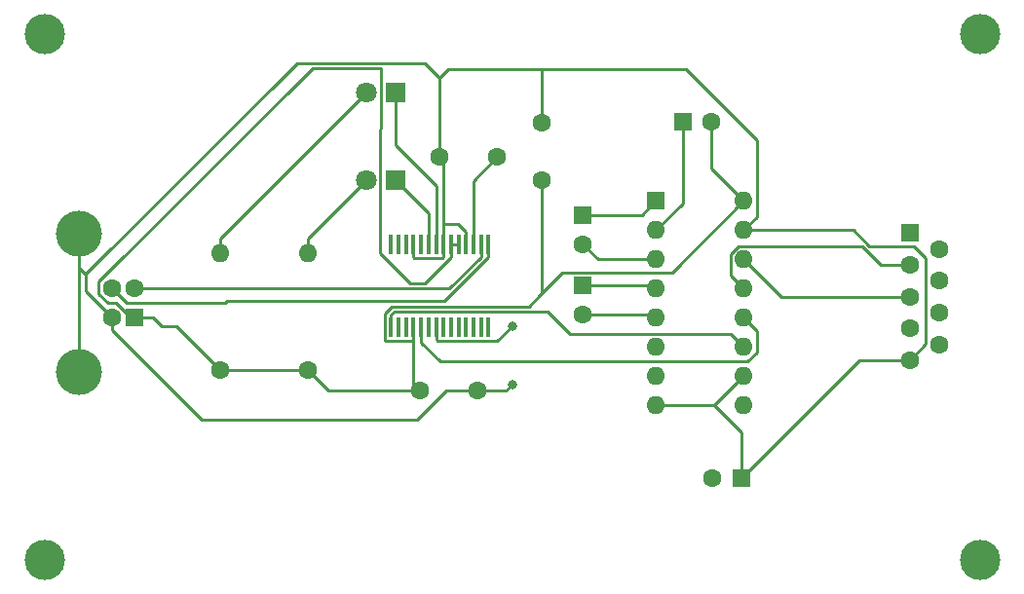
<source format=gbr>
%TF.GenerationSoftware,KiCad,Pcbnew,7.0.1*%
%TF.CreationDate,2023-04-09T16:17:14+09:00*%
%TF.ProjectId,RS232_Converter,52533233-325f-4436-9f6e-766572746572,rev?*%
%TF.SameCoordinates,Original*%
%TF.FileFunction,Copper,L1,Top*%
%TF.FilePolarity,Positive*%
%FSLAX46Y46*%
G04 Gerber Fmt 4.6, Leading zero omitted, Abs format (unit mm)*
G04 Created by KiCad (PCBNEW 7.0.1) date 2023-04-09 16:17:14*
%MOMM*%
%LPD*%
G01*
G04 APERTURE LIST*
%TA.AperFunction,ComponentPad*%
%ADD10R,1.600000X1.600000*%
%TD*%
%TA.AperFunction,ComponentPad*%
%ADD11C,1.600000*%
%TD*%
%TA.AperFunction,ComponentPad*%
%ADD12C,3.500000*%
%TD*%
%TA.AperFunction,ComponentPad*%
%ADD13R,1.800000X1.800000*%
%TD*%
%TA.AperFunction,ComponentPad*%
%ADD14C,1.800000*%
%TD*%
%TA.AperFunction,ComponentPad*%
%ADD15C,4.000000*%
%TD*%
%TA.AperFunction,ComponentPad*%
%ADD16O,1.600000X1.600000*%
%TD*%
%TA.AperFunction,SMDPad,CuDef*%
%ADD17R,0.450000X1.750000*%
%TD*%
%TA.AperFunction,ViaPad*%
%ADD18C,0.800000*%
%TD*%
%TA.AperFunction,Conductor*%
%ADD19C,0.250000*%
%TD*%
G04 APERTURE END LIST*
D10*
%TO.P,C4,1*%
%TO.N,Net-(U2-C2+)*%
X150919669Y-100640331D03*
D11*
%TO.P,C4,2*%
%TO.N,Net-(U2-C2-)*%
X150919669Y-103140331D03*
%TD*%
D12*
%TO.P,REF\u002A\u002A,1*%
%TO.N,N/C*%
X185420000Y-78740000D03*
%TD*%
D10*
%TO.P,J2,1,1*%
%TO.N,Net-(J1-VBUS)*%
X179329669Y-96050000D03*
D11*
%TO.P,J2,2,2*%
%TO.N,Net-(U2-R1IN)*%
X179329669Y-98820000D03*
%TO.P,J2,3,3*%
%TO.N,Net-(U2-T1OUT)*%
X179329669Y-101590000D03*
%TO.P,J2,4,4*%
%TO.N,unconnected-(J2-Pad4)*%
X179329669Y-104360000D03*
%TO.P,J2,5,5*%
%TO.N,Net-(J1-GND)*%
X179329669Y-107130000D03*
%TO.P,J2,6,6*%
%TO.N,unconnected-(J2-Pad6)*%
X181869669Y-97435000D03*
%TO.P,J2,7,7*%
%TO.N,unconnected-(J2-Pad7)*%
X181869669Y-100205000D03*
%TO.P,J2,8,8*%
%TO.N,unconnected-(J2-Pad8)*%
X181869669Y-102975000D03*
%TO.P,J2,9,9*%
%TO.N,unconnected-(J2-Pad9)*%
X181869669Y-105745000D03*
%TD*%
D10*
%TO.P,C3,1*%
%TO.N,Net-(U2-C1+)*%
X150919669Y-94520331D03*
D11*
%TO.P,C3,2*%
%TO.N,Net-(U2-C1-)*%
X150919669Y-97020331D03*
%TD*%
D13*
%TO.P,D1,1,K*%
%TO.N,Net-(D1-K)*%
X134620000Y-83820000D03*
D14*
%TO.P,D1,2,A*%
%TO.N,Net-(D1-A)*%
X132080000Y-83820000D03*
%TD*%
D11*
%TO.P,C1,1*%
%TO.N,Net-(U1-3V3OUT)*%
X143470000Y-89440331D03*
%TO.P,C1,2*%
%TO.N,Net-(J1-GND)*%
X138470000Y-89440331D03*
%TD*%
D13*
%TO.P,D3,1,K*%
%TO.N,Net-(D3-K)*%
X134620000Y-91440000D03*
D14*
%TO.P,D3,2,A*%
%TO.N,Net-(D3-A)*%
X132080000Y-91440000D03*
%TD*%
D10*
%TO.P,J1,1,VBUS*%
%TO.N,Net-(J1-VBUS)*%
X111987169Y-103390331D03*
D11*
%TO.P,J1,2,D-*%
%TO.N,Net-(J1-D-)*%
X111987169Y-100890331D03*
%TO.P,J1,3,D+*%
%TO.N,Net-(J1-D+)*%
X109987169Y-100890331D03*
%TO.P,J1,4,GND*%
%TO.N,Net-(J1-GND)*%
X109987169Y-103390331D03*
D15*
%TO.P,J1,5,Shield*%
X107127169Y-108140331D03*
X107127169Y-96140331D03*
%TD*%
D11*
%TO.P,R2,1*%
%TO.N,Net-(J1-VBUS)*%
X119380000Y-107950000D03*
D16*
%TO.P,R2,2*%
%TO.N,Net-(D1-A)*%
X119380000Y-97790000D03*
%TD*%
D11*
%TO.P,C7,1*%
%TO.N,Net-(J1-VBUS)*%
X147320000Y-91440000D03*
%TO.P,C7,2*%
%TO.N,Net-(J1-GND)*%
X147320000Y-86440000D03*
%TD*%
%TO.P,C2,1*%
%TO.N,Net-(J1-VBUS)*%
X136719669Y-109760331D03*
%TO.P,C2,2*%
%TO.N,Net-(J1-GND)*%
X141719669Y-109760331D03*
%TD*%
D10*
%TO.P,C6,1*%
%TO.N,Net-(U2-VS+)*%
X159579669Y-86360000D03*
D11*
%TO.P,C6,2*%
%TO.N,Net-(J1-VBUS)*%
X162079669Y-86360000D03*
%TD*%
D12*
%TO.P,REF\u002A\u002A,1*%
%TO.N,N/C*%
X185420000Y-124460000D03*
%TD*%
D10*
%TO.P,C5,1*%
%TO.N,Net-(J1-GND)*%
X164659669Y-117380331D03*
D11*
%TO.P,C5,2*%
%TO.N,Net-(U2-VS-)*%
X162159669Y-117380331D03*
%TD*%
D12*
%TO.P,REF\u002A\u002A,1*%
%TO.N,N/C*%
X104140000Y-78740000D03*
%TD*%
D10*
%TO.P,U2,1,C1+*%
%TO.N,Net-(U2-C1+)*%
X157279669Y-93265331D03*
D16*
%TO.P,U2,2,VS+*%
%TO.N,Net-(U2-VS+)*%
X157279669Y-95805331D03*
%TO.P,U2,3,C1-*%
%TO.N,Net-(U2-C1-)*%
X157279669Y-98345331D03*
%TO.P,U2,4,C2+*%
%TO.N,Net-(U2-C2+)*%
X157279669Y-100885331D03*
%TO.P,U2,5,C2-*%
%TO.N,Net-(U2-C2-)*%
X157279669Y-103425331D03*
%TO.P,U2,6,VS-*%
%TO.N,Net-(U2-VS-)*%
X157279669Y-105965331D03*
%TO.P,U2,7,T2OUT*%
%TO.N,unconnected-(U2-T2OUT-Pad7)*%
X157279669Y-108505331D03*
%TO.P,U2,8,R2IN*%
%TO.N,Net-(J1-GND)*%
X157279669Y-111045331D03*
%TO.P,U2,9,R2OUT*%
%TO.N,unconnected-(U2-R2OUT-Pad9)*%
X164899669Y-111045331D03*
%TO.P,U2,10,T2IN*%
%TO.N,Net-(J1-GND)*%
X164899669Y-108505331D03*
%TO.P,U2,11,T1IN*%
%TO.N,Net-(U1-TXD)*%
X164899669Y-105965331D03*
%TO.P,U2,12,R1OUT*%
%TO.N,Net-(U1-RXD)*%
X164899669Y-103425331D03*
%TO.P,U2,13,R1IN*%
%TO.N,Net-(U2-R1IN)*%
X164899669Y-100885331D03*
%TO.P,U2,14,T1OUT*%
%TO.N,Net-(U2-T1OUT)*%
X164899669Y-98345331D03*
%TO.P,U2,15,GND*%
%TO.N,Net-(J1-GND)*%
X164899669Y-95805331D03*
%TO.P,U2,16,VCC*%
%TO.N,Net-(J1-VBUS)*%
X164899669Y-93265331D03*
%TD*%
D12*
%TO.P,REF\u002A\u002A,1*%
%TO.N,N/C*%
X104140000Y-124460000D03*
%TD*%
D11*
%TO.P,R1,1*%
%TO.N,Net-(J1-VBUS)*%
X127000000Y-107950000D03*
D16*
%TO.P,R1,2*%
%TO.N,Net-(D3-A)*%
X127000000Y-97790000D03*
%TD*%
D17*
%TO.P,U1,1,TXD*%
%TO.N,Net-(U1-TXD)*%
X134259669Y-104260331D03*
%TO.P,U1,2,DTR*%
%TO.N,unconnected-(U1-DTR-Pad2)*%
X134909669Y-104260331D03*
%TO.P,U1,3,RTS*%
%TO.N,unconnected-(U1-RTS-Pad3)*%
X135559669Y-104260331D03*
%TO.P,U1,4,VCCIO*%
%TO.N,Net-(J1-VBUS)*%
X136209669Y-104260331D03*
%TO.P,U1,5,RXD*%
%TO.N,Net-(U1-RXD)*%
X136859669Y-104260331D03*
%TO.P,U1,6,RI*%
%TO.N,unconnected-(U1-RI-Pad6)*%
X137509669Y-104260331D03*
%TO.P,U1,7,GND*%
%TO.N,Net-(J1-GND)*%
X138159669Y-104260331D03*
%TO.P,U1,8*%
%TO.N,N/C*%
X138809669Y-104260331D03*
%TO.P,U1,9,DCR*%
%TO.N,unconnected-(U1-DCR-Pad9)*%
X139459669Y-104260331D03*
%TO.P,U1,10,DCD*%
%TO.N,unconnected-(U1-DCD-Pad10)*%
X140109669Y-104260331D03*
%TO.P,U1,11,CTS*%
%TO.N,unconnected-(U1-CTS-Pad11)*%
X140759669Y-104260331D03*
%TO.P,U1,12,CBUS4*%
%TO.N,unconnected-(U1-CBUS4-Pad12)*%
X141409669Y-104260331D03*
%TO.P,U1,13,CBUS2*%
%TO.N,unconnected-(U1-CBUS2-Pad13)*%
X142059669Y-104260331D03*
%TO.P,U1,14,CBUS3*%
%TO.N,unconnected-(U1-CBUS3-Pad14)*%
X142709669Y-104260331D03*
%TO.P,U1,15,USBD+*%
%TO.N,Net-(J1-D+)*%
X142709669Y-97060331D03*
%TO.P,U1,16,USBD-*%
%TO.N,Net-(J1-D-)*%
X142059669Y-97060331D03*
%TO.P,U1,17,3V3OUT*%
%TO.N,Net-(U1-3V3OUT)*%
X141409669Y-97060331D03*
%TO.P,U1,18,GND*%
%TO.N,Net-(J1-GND)*%
X140759669Y-97060331D03*
%TO.P,U1,19,~{RESET}*%
%TO.N,Net-(J1-VBUS)*%
X140109669Y-97060331D03*
%TO.P,U1,20,VCC*%
X139459669Y-97060331D03*
%TO.P,U1,21,GND*%
%TO.N,Net-(J1-GND)*%
X138809669Y-97060331D03*
%TO.P,U1,22,CBUS1*%
%TO.N,Net-(D1-K)*%
X138159669Y-97060331D03*
%TO.P,U1,23,CBUS0*%
%TO.N,Net-(D3-K)*%
X137509669Y-97060331D03*
%TO.P,U1,24*%
%TO.N,N/C*%
X136859669Y-97060331D03*
%TO.P,U1,25,AGND*%
%TO.N,Net-(J1-GND)*%
X136209669Y-97060331D03*
%TO.P,U1,26,TEST*%
%TO.N,unconnected-(U1-TEST-Pad26)*%
X135559669Y-97060331D03*
%TO.P,U1,27,OSCI*%
%TO.N,unconnected-(U1-OSCI-Pad27)*%
X134909669Y-97060331D03*
%TO.P,U1,28,OSCO*%
%TO.N,unconnected-(U1-OSCO-Pad28)*%
X134259669Y-97060331D03*
%TD*%
D18*
%TO.N,Net-(J1-GND)*%
X144780000Y-104140000D03*
X144780000Y-109220000D03*
%TD*%
D19*
%TO.N,Net-(J1-VBUS)*%
X133709669Y-105460331D02*
X136134669Y-105460331D01*
X135889669Y-100440331D02*
X133294669Y-97845331D01*
X108862169Y-101356322D02*
X109646178Y-102140331D01*
X146254669Y-102425331D02*
X134333273Y-102425331D01*
X127000000Y-107950000D02*
X128810331Y-109760331D01*
X111578160Y-103390331D02*
X110328160Y-102140331D01*
X136209669Y-105385331D02*
X136209669Y-104260331D01*
X147320000Y-91440000D02*
X147320000Y-101360000D01*
X119380000Y-107950000D02*
X127000000Y-107950000D01*
X113550331Y-103390331D02*
X114300000Y-104140000D01*
X139459669Y-97060331D02*
X139459669Y-98185331D01*
X108862169Y-100283935D02*
X108862169Y-101356322D01*
X111987169Y-103390331D02*
X111578160Y-103390331D01*
X136209669Y-109250331D02*
X136719669Y-109760331D01*
X133395000Y-81730000D02*
X127416104Y-81730000D01*
X136209669Y-105385331D02*
X136209669Y-109250331D01*
X136719669Y-109760331D02*
X128810331Y-109760331D01*
X127416104Y-81730000D02*
X108862169Y-100283935D01*
X109646178Y-102140331D02*
X110328160Y-102140331D01*
X147200000Y-101480000D02*
X146254669Y-102425331D01*
X133294669Y-97845331D02*
X133305000Y-97835000D01*
X134333273Y-102425331D02*
X133709669Y-103048935D01*
X149164669Y-99515331D02*
X147200000Y-101480000D01*
X111987169Y-103390331D02*
X113550331Y-103390331D01*
X162079669Y-86360000D02*
X162079669Y-90445331D01*
X133305000Y-97835000D02*
X133305000Y-87065662D01*
X133709669Y-103048935D02*
X133709669Y-105460331D01*
X136134669Y-105460331D02*
X136209669Y-105385331D01*
X133305000Y-87065662D02*
X133395000Y-86975662D01*
X114300000Y-104140000D02*
X115570000Y-104140000D01*
X139459669Y-97060331D02*
X140109669Y-97060331D01*
X133395000Y-86975662D02*
X133395000Y-81730000D01*
X115570000Y-104140000D02*
X119380000Y-107950000D01*
X164899669Y-93265331D02*
X158649669Y-99515331D01*
X139459669Y-98185331D02*
X137204669Y-100440331D01*
X162079669Y-90445331D02*
X164899669Y-93265331D01*
X137204669Y-100440331D02*
X135889669Y-100440331D01*
X147320000Y-101360000D02*
X147200000Y-101480000D01*
X158649669Y-99515331D02*
X149164669Y-99515331D01*
%TO.N,Net-(J1-GND)*%
X179725000Y-97175000D02*
X180744669Y-98194669D01*
X107739669Y-101142831D02*
X107739669Y-99600331D01*
X138470000Y-82590000D02*
X139239669Y-81820331D01*
X144780000Y-104140000D02*
X143459669Y-105460331D01*
X136284669Y-98260331D02*
X138734669Y-98260331D01*
X136528197Y-112300331D02*
X139068197Y-109760331D01*
X136528197Y-112300331D02*
X117765799Y-112300331D01*
X174910000Y-107130000D02*
X164659669Y-117380331D01*
X139068197Y-109760331D02*
X141719669Y-109760331D01*
X138809669Y-89780000D02*
X138809669Y-95250000D01*
X162359669Y-111045331D02*
X164659669Y-113345331D01*
X166024669Y-87997183D02*
X166024669Y-94680331D01*
X107739669Y-99600331D02*
X126060000Y-81280000D01*
X136209669Y-97060331D02*
X136209669Y-98185331D01*
X107127169Y-99060000D02*
X107127169Y-108140331D01*
X174910000Y-107130000D02*
X179329669Y-107130000D01*
X107127169Y-96140331D02*
X107127169Y-99060000D01*
X147320000Y-81820331D02*
X159847817Y-81820331D01*
X144239669Y-109760331D02*
X141719669Y-109760331D01*
X180744669Y-98194669D02*
X180744669Y-105715000D01*
X164899669Y-95805331D02*
X174434009Y-95805331D01*
X174434009Y-95805331D02*
X175803678Y-97175000D01*
X139239669Y-81820331D02*
X147320000Y-81820331D01*
X138259669Y-105460331D02*
X138159669Y-105360331D01*
X162359669Y-111045331D02*
X164899669Y-108505331D01*
X140074338Y-95250000D02*
X138809669Y-95250000D01*
X147320000Y-81820331D02*
X147320000Y-86440000D01*
X117765799Y-112300331D02*
X109987169Y-104521701D01*
X107739669Y-99600331D02*
X107667500Y-99600331D01*
X175803678Y-97175000D02*
X179725000Y-97175000D01*
X159847817Y-81820331D02*
X166024669Y-87997183D01*
X138809669Y-98185331D02*
X138809669Y-97060331D01*
X136209669Y-98185331D02*
X136284669Y-98260331D01*
X107667500Y-99600331D02*
X107127169Y-99060000D01*
X138734669Y-98260331D02*
X138809669Y-98185331D01*
X109987169Y-103390331D02*
X107739669Y-101142831D01*
X109987169Y-104521701D02*
X109987169Y-103390331D01*
X126060000Y-81280000D02*
X137160000Y-81280000D01*
X144780000Y-109220000D02*
X144239669Y-109760331D01*
X140759669Y-95935331D02*
X140074338Y-95250000D01*
X138809669Y-95250000D02*
X138809669Y-97060331D01*
X164659669Y-113345331D02*
X164659669Y-117380331D01*
X138470000Y-89440331D02*
X138809669Y-89780000D01*
X138470000Y-82590000D02*
X138470000Y-89440331D01*
X138159669Y-105360331D02*
X138159669Y-104260331D01*
X157279669Y-111045331D02*
X162359669Y-111045331D01*
X140759669Y-97060331D02*
X140759669Y-95935331D01*
X143459669Y-105460331D02*
X138259669Y-105460331D01*
X180744669Y-105715000D02*
X179329669Y-107130000D01*
X166024669Y-94680331D02*
X164899669Y-95805331D01*
X137160000Y-81280000D02*
X138470000Y-82590000D01*
%TO.N,Net-(U1-3V3OUT)*%
X141409669Y-91500662D02*
X141409669Y-97060331D01*
X143470000Y-89440331D02*
X141409669Y-91500662D01*
%TO.N,Net-(U2-C1+)*%
X150919669Y-94520331D02*
X156024669Y-94520331D01*
X156024669Y-94520331D02*
X157279669Y-93265331D01*
%TO.N,Net-(U2-C1-)*%
X152244669Y-98345331D02*
X157279669Y-98345331D01*
X150919669Y-97020331D02*
X152244669Y-98345331D01*
%TO.N,Net-(U2-C2+)*%
X157034669Y-100640331D02*
X157279669Y-100885331D01*
X150919669Y-100640331D02*
X157034669Y-100640331D01*
%TO.N,Net-(U2-C2-)*%
X150919669Y-103140331D02*
X156994669Y-103140331D01*
X156994669Y-103140331D02*
X157279669Y-103425331D01*
%TO.N,Net-(U2-VS+)*%
X159579669Y-93505331D02*
X159579669Y-86360000D01*
X159579669Y-93505331D02*
X157279669Y-95805331D01*
%TO.N,Net-(D1-K)*%
X138219669Y-91980331D02*
X138219669Y-97060331D01*
X138219669Y-97060331D02*
X138159669Y-97060331D01*
X134620000Y-88380662D02*
X134620000Y-83820000D01*
X138219669Y-91980331D02*
X134620000Y-88380662D01*
%TO.N,Net-(D1-A)*%
X119380000Y-96520000D02*
X119380000Y-97790000D01*
X132080000Y-83820000D02*
X119380000Y-96520000D01*
%TO.N,Net-(J1-D-)*%
X142059669Y-97060331D02*
X142059669Y-98160331D01*
X139329669Y-100890331D02*
X111987169Y-100890331D01*
X142059669Y-98160331D02*
X139329669Y-100890331D01*
%TO.N,Net-(J1-D+)*%
X109987169Y-100890331D02*
X111237169Y-102140331D01*
X111237169Y-102140331D02*
X119808678Y-102140331D01*
X119808678Y-102140331D02*
X119973678Y-101975331D01*
X119973678Y-101975331D02*
X138894669Y-101975331D01*
X138894669Y-101975331D02*
X142709669Y-98160331D01*
X142709669Y-98160331D02*
X142709669Y-97060331D01*
%TO.N,Net-(U2-R1IN)*%
X175190000Y-97220331D02*
X176789669Y-98820000D01*
X163774669Y-97879340D02*
X164433678Y-97220331D01*
X163774669Y-99760331D02*
X163774669Y-97879340D01*
X164899669Y-100885331D02*
X163774669Y-99760331D01*
X164433678Y-97220331D02*
X175190000Y-97220331D01*
X176789669Y-98820000D02*
X179329669Y-98820000D01*
%TO.N,Net-(U1-RXD)*%
X166024669Y-106431322D02*
X165235660Y-107220331D01*
X165235660Y-107220331D02*
X138519669Y-107220331D01*
X166024669Y-104550331D02*
X166024669Y-106431322D01*
X138519669Y-107220331D02*
X136859669Y-105560331D01*
X136859669Y-105560331D02*
X136859669Y-104260331D01*
X164899669Y-103425331D02*
X166024669Y-104550331D01*
%TO.N,Net-(U1-TXD)*%
X163774669Y-104840331D02*
X164899669Y-105965331D01*
X134259669Y-103135331D02*
X134519669Y-102875331D01*
X134259669Y-104260331D02*
X134259669Y-103135331D01*
X134519669Y-102875331D02*
X147850000Y-102875331D01*
X147850000Y-102875331D02*
X149815000Y-104840331D01*
X149815000Y-104840331D02*
X163774669Y-104840331D01*
%TO.N,Net-(U2-T1OUT)*%
X168144338Y-101590000D02*
X179329669Y-101590000D01*
X168144338Y-101590000D02*
X164899669Y-98345331D01*
%TO.N,Net-(D3-K)*%
X134620000Y-91440000D02*
X137509669Y-94329669D01*
X137509669Y-94329669D02*
X137509669Y-97060331D01*
%TO.N,Net-(D3-A)*%
X127000000Y-97790000D02*
X127000000Y-96520000D01*
X127000000Y-96520000D02*
X132080000Y-91440000D01*
%TD*%
M02*

</source>
